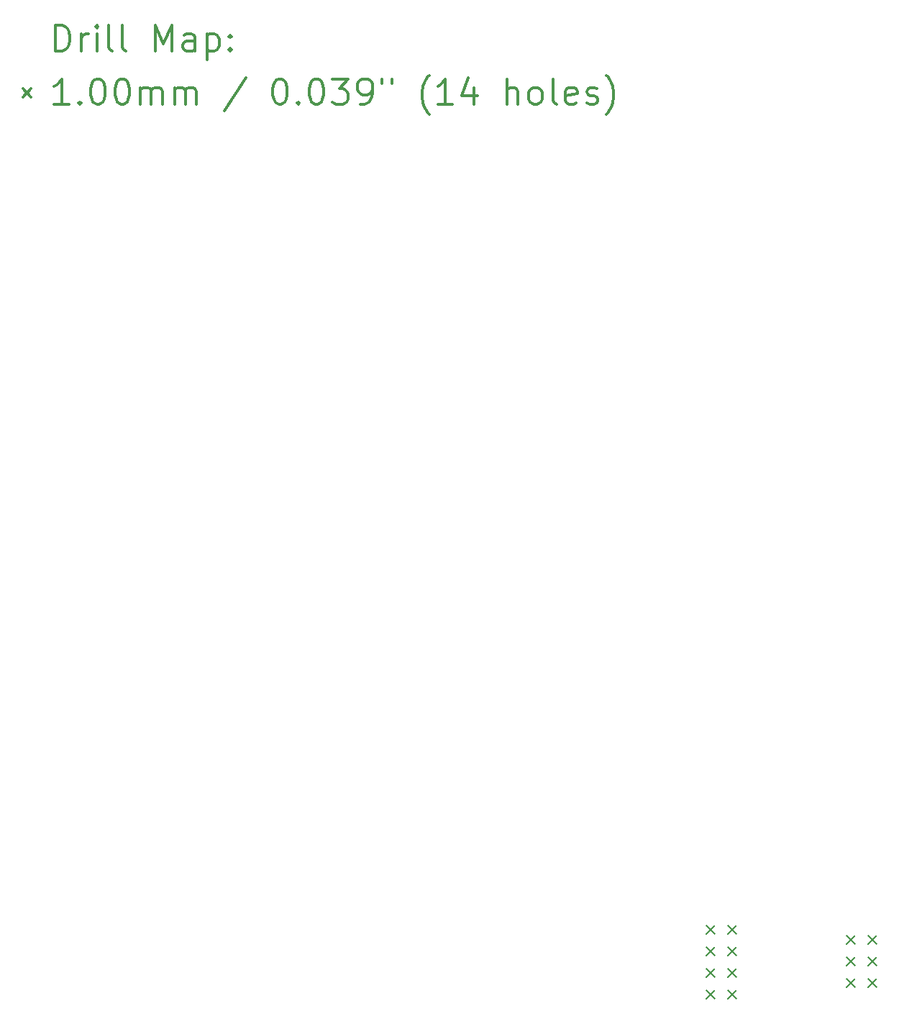
<source format=gbr>
%FSLAX45Y45*%
G04 Gerber Fmt 4.5, Leading zero omitted, Abs format (unit mm)*
G04 Created by KiCad (PCBNEW 5.1.2+dfsg1-1) date 2019-06-06 20:10:44*
%MOMM*%
%LPD*%
G04 APERTURE LIST*
%ADD10C,0.200000*%
%ADD11C,0.300000*%
G04 APERTURE END LIST*
D10*
X7949476Y-10755668D02*
X8049476Y-10855668D01*
X8049476Y-10755668D02*
X7949476Y-10855668D01*
X7949476Y-11009668D02*
X8049476Y-11109668D01*
X8049476Y-11009668D02*
X7949476Y-11109668D01*
X7949476Y-11263668D02*
X8049476Y-11363668D01*
X8049476Y-11263668D02*
X7949476Y-11363668D01*
X7949476Y-11517668D02*
X8049476Y-11617668D01*
X8049476Y-11517668D02*
X7949476Y-11617668D01*
X8203476Y-10755668D02*
X8303476Y-10855668D01*
X8303476Y-10755668D02*
X8203476Y-10855668D01*
X8203476Y-11009668D02*
X8303476Y-11109668D01*
X8303476Y-11009668D02*
X8203476Y-11109668D01*
X8203476Y-11263668D02*
X8303476Y-11363668D01*
X8303476Y-11263668D02*
X8203476Y-11363668D01*
X8203476Y-11517668D02*
X8303476Y-11617668D01*
X8303476Y-11517668D02*
X8203476Y-11617668D01*
X9602000Y-10872000D02*
X9702000Y-10972000D01*
X9702000Y-10872000D02*
X9602000Y-10972000D01*
X9602000Y-11126000D02*
X9702000Y-11226000D01*
X9702000Y-11126000D02*
X9602000Y-11226000D01*
X9602000Y-11380000D02*
X9702000Y-11480000D01*
X9702000Y-11380000D02*
X9602000Y-11480000D01*
X9856000Y-10872000D02*
X9956000Y-10972000D01*
X9956000Y-10872000D02*
X9856000Y-10972000D01*
X9856000Y-11126000D02*
X9956000Y-11226000D01*
X9956000Y-11126000D02*
X9856000Y-11226000D01*
X9856000Y-11380000D02*
X9956000Y-11480000D01*
X9956000Y-11380000D02*
X9856000Y-11480000D01*
D11*
X286429Y-465714D02*
X286429Y-165714D01*
X357857Y-165714D01*
X400714Y-180000D01*
X429286Y-208571D01*
X443571Y-237143D01*
X457857Y-294286D01*
X457857Y-337143D01*
X443571Y-394286D01*
X429286Y-422857D01*
X400714Y-451428D01*
X357857Y-465714D01*
X286429Y-465714D01*
X586429Y-465714D02*
X586429Y-265714D01*
X586429Y-322857D02*
X600714Y-294286D01*
X615000Y-280000D01*
X643571Y-265714D01*
X672143Y-265714D01*
X772143Y-465714D02*
X772143Y-265714D01*
X772143Y-165714D02*
X757857Y-180000D01*
X772143Y-194286D01*
X786428Y-180000D01*
X772143Y-165714D01*
X772143Y-194286D01*
X957857Y-465714D02*
X929286Y-451428D01*
X915000Y-422857D01*
X915000Y-165714D01*
X1115000Y-465714D02*
X1086429Y-451428D01*
X1072143Y-422857D01*
X1072143Y-165714D01*
X1457857Y-465714D02*
X1457857Y-165714D01*
X1557857Y-380000D01*
X1657857Y-165714D01*
X1657857Y-465714D01*
X1929286Y-465714D02*
X1929286Y-308571D01*
X1915000Y-280000D01*
X1886428Y-265714D01*
X1829286Y-265714D01*
X1800714Y-280000D01*
X1929286Y-451428D02*
X1900714Y-465714D01*
X1829286Y-465714D01*
X1800714Y-451428D01*
X1786428Y-422857D01*
X1786428Y-394286D01*
X1800714Y-365714D01*
X1829286Y-351428D01*
X1900714Y-351428D01*
X1929286Y-337143D01*
X2072143Y-265714D02*
X2072143Y-565714D01*
X2072143Y-280000D02*
X2100714Y-265714D01*
X2157857Y-265714D01*
X2186429Y-280000D01*
X2200714Y-294286D01*
X2215000Y-322857D01*
X2215000Y-408571D01*
X2200714Y-437143D01*
X2186429Y-451428D01*
X2157857Y-465714D01*
X2100714Y-465714D01*
X2072143Y-451428D01*
X2343571Y-437143D02*
X2357857Y-451428D01*
X2343571Y-465714D01*
X2329286Y-451428D01*
X2343571Y-437143D01*
X2343571Y-465714D01*
X2343571Y-280000D02*
X2357857Y-294286D01*
X2343571Y-308571D01*
X2329286Y-294286D01*
X2343571Y-280000D01*
X2343571Y-308571D01*
X-100000Y-910000D02*
X0Y-1010000D01*
X0Y-910000D02*
X-100000Y-1010000D01*
X443571Y-1095714D02*
X272143Y-1095714D01*
X357857Y-1095714D02*
X357857Y-795714D01*
X329286Y-838571D01*
X300714Y-867143D01*
X272143Y-881428D01*
X572143Y-1067143D02*
X586429Y-1081429D01*
X572143Y-1095714D01*
X557857Y-1081429D01*
X572143Y-1067143D01*
X572143Y-1095714D01*
X772143Y-795714D02*
X800714Y-795714D01*
X829286Y-810000D01*
X843571Y-824286D01*
X857857Y-852857D01*
X872143Y-910000D01*
X872143Y-981428D01*
X857857Y-1038571D01*
X843571Y-1067143D01*
X829286Y-1081429D01*
X800714Y-1095714D01*
X772143Y-1095714D01*
X743571Y-1081429D01*
X729286Y-1067143D01*
X715000Y-1038571D01*
X700714Y-981428D01*
X700714Y-910000D01*
X715000Y-852857D01*
X729286Y-824286D01*
X743571Y-810000D01*
X772143Y-795714D01*
X1057857Y-795714D02*
X1086429Y-795714D01*
X1115000Y-810000D01*
X1129286Y-824286D01*
X1143571Y-852857D01*
X1157857Y-910000D01*
X1157857Y-981428D01*
X1143571Y-1038571D01*
X1129286Y-1067143D01*
X1115000Y-1081429D01*
X1086429Y-1095714D01*
X1057857Y-1095714D01*
X1029286Y-1081429D01*
X1015000Y-1067143D01*
X1000714Y-1038571D01*
X986428Y-981428D01*
X986428Y-910000D01*
X1000714Y-852857D01*
X1015000Y-824286D01*
X1029286Y-810000D01*
X1057857Y-795714D01*
X1286429Y-1095714D02*
X1286429Y-895714D01*
X1286429Y-924286D02*
X1300714Y-910000D01*
X1329286Y-895714D01*
X1372143Y-895714D01*
X1400714Y-910000D01*
X1415000Y-938571D01*
X1415000Y-1095714D01*
X1415000Y-938571D02*
X1429286Y-910000D01*
X1457857Y-895714D01*
X1500714Y-895714D01*
X1529286Y-910000D01*
X1543571Y-938571D01*
X1543571Y-1095714D01*
X1686428Y-1095714D02*
X1686428Y-895714D01*
X1686428Y-924286D02*
X1700714Y-910000D01*
X1729286Y-895714D01*
X1772143Y-895714D01*
X1800714Y-910000D01*
X1815000Y-938571D01*
X1815000Y-1095714D01*
X1815000Y-938571D02*
X1829286Y-910000D01*
X1857857Y-895714D01*
X1900714Y-895714D01*
X1929286Y-910000D01*
X1943571Y-938571D01*
X1943571Y-1095714D01*
X2529286Y-781428D02*
X2272143Y-1167143D01*
X2915000Y-795714D02*
X2943571Y-795714D01*
X2972143Y-810000D01*
X2986428Y-824286D01*
X3000714Y-852857D01*
X3015000Y-910000D01*
X3015000Y-981428D01*
X3000714Y-1038571D01*
X2986428Y-1067143D01*
X2972143Y-1081429D01*
X2943571Y-1095714D01*
X2915000Y-1095714D01*
X2886428Y-1081429D01*
X2872143Y-1067143D01*
X2857857Y-1038571D01*
X2843571Y-981428D01*
X2843571Y-910000D01*
X2857857Y-852857D01*
X2872143Y-824286D01*
X2886428Y-810000D01*
X2915000Y-795714D01*
X3143571Y-1067143D02*
X3157857Y-1081429D01*
X3143571Y-1095714D01*
X3129286Y-1081429D01*
X3143571Y-1067143D01*
X3143571Y-1095714D01*
X3343571Y-795714D02*
X3372143Y-795714D01*
X3400714Y-810000D01*
X3415000Y-824286D01*
X3429286Y-852857D01*
X3443571Y-910000D01*
X3443571Y-981428D01*
X3429286Y-1038571D01*
X3415000Y-1067143D01*
X3400714Y-1081429D01*
X3372143Y-1095714D01*
X3343571Y-1095714D01*
X3315000Y-1081429D01*
X3300714Y-1067143D01*
X3286428Y-1038571D01*
X3272143Y-981428D01*
X3272143Y-910000D01*
X3286428Y-852857D01*
X3300714Y-824286D01*
X3315000Y-810000D01*
X3343571Y-795714D01*
X3543571Y-795714D02*
X3729286Y-795714D01*
X3629286Y-910000D01*
X3672143Y-910000D01*
X3700714Y-924286D01*
X3715000Y-938571D01*
X3729286Y-967143D01*
X3729286Y-1038571D01*
X3715000Y-1067143D01*
X3700714Y-1081429D01*
X3672143Y-1095714D01*
X3586428Y-1095714D01*
X3557857Y-1081429D01*
X3543571Y-1067143D01*
X3872143Y-1095714D02*
X3929286Y-1095714D01*
X3957857Y-1081429D01*
X3972143Y-1067143D01*
X4000714Y-1024286D01*
X4015000Y-967143D01*
X4015000Y-852857D01*
X4000714Y-824286D01*
X3986428Y-810000D01*
X3957857Y-795714D01*
X3900714Y-795714D01*
X3872143Y-810000D01*
X3857857Y-824286D01*
X3843571Y-852857D01*
X3843571Y-924286D01*
X3857857Y-952857D01*
X3872143Y-967143D01*
X3900714Y-981428D01*
X3957857Y-981428D01*
X3986428Y-967143D01*
X4000714Y-952857D01*
X4015000Y-924286D01*
X4129286Y-795714D02*
X4129286Y-852857D01*
X4243571Y-795714D02*
X4243571Y-852857D01*
X4686429Y-1210000D02*
X4672143Y-1195714D01*
X4643571Y-1152857D01*
X4629286Y-1124286D01*
X4615000Y-1081429D01*
X4600714Y-1010000D01*
X4600714Y-952857D01*
X4615000Y-881428D01*
X4629286Y-838571D01*
X4643571Y-810000D01*
X4672143Y-767143D01*
X4686429Y-752857D01*
X4957857Y-1095714D02*
X4786429Y-1095714D01*
X4872143Y-1095714D02*
X4872143Y-795714D01*
X4843571Y-838571D01*
X4815000Y-867143D01*
X4786429Y-881428D01*
X5215000Y-895714D02*
X5215000Y-1095714D01*
X5143571Y-781428D02*
X5072143Y-995714D01*
X5257857Y-995714D01*
X5600714Y-1095714D02*
X5600714Y-795714D01*
X5729286Y-1095714D02*
X5729286Y-938571D01*
X5715000Y-910000D01*
X5686428Y-895714D01*
X5643571Y-895714D01*
X5615000Y-910000D01*
X5600714Y-924286D01*
X5915000Y-1095714D02*
X5886428Y-1081429D01*
X5872143Y-1067143D01*
X5857857Y-1038571D01*
X5857857Y-952857D01*
X5872143Y-924286D01*
X5886428Y-910000D01*
X5915000Y-895714D01*
X5957857Y-895714D01*
X5986428Y-910000D01*
X6000714Y-924286D01*
X6015000Y-952857D01*
X6015000Y-1038571D01*
X6000714Y-1067143D01*
X5986428Y-1081429D01*
X5957857Y-1095714D01*
X5915000Y-1095714D01*
X6186428Y-1095714D02*
X6157857Y-1081429D01*
X6143571Y-1052857D01*
X6143571Y-795714D01*
X6415000Y-1081429D02*
X6386428Y-1095714D01*
X6329286Y-1095714D01*
X6300714Y-1081429D01*
X6286428Y-1052857D01*
X6286428Y-938571D01*
X6300714Y-910000D01*
X6329286Y-895714D01*
X6386428Y-895714D01*
X6415000Y-910000D01*
X6429286Y-938571D01*
X6429286Y-967143D01*
X6286428Y-995714D01*
X6543571Y-1081429D02*
X6572143Y-1095714D01*
X6629286Y-1095714D01*
X6657857Y-1081429D01*
X6672143Y-1052857D01*
X6672143Y-1038571D01*
X6657857Y-1010000D01*
X6629286Y-995714D01*
X6586428Y-995714D01*
X6557857Y-981428D01*
X6543571Y-952857D01*
X6543571Y-938571D01*
X6557857Y-910000D01*
X6586428Y-895714D01*
X6629286Y-895714D01*
X6657857Y-910000D01*
X6772143Y-1210000D02*
X6786428Y-1195714D01*
X6815000Y-1152857D01*
X6829286Y-1124286D01*
X6843571Y-1081429D01*
X6857857Y-1010000D01*
X6857857Y-952857D01*
X6843571Y-881428D01*
X6829286Y-838571D01*
X6815000Y-810000D01*
X6786428Y-767143D01*
X6772143Y-752857D01*
M02*

</source>
